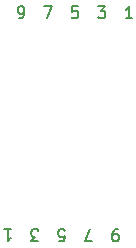
<source format=gbr>
G04 #@! TF.GenerationSoftware,KiCad,Pcbnew,(5.1.5)-3*
G04 #@! TF.CreationDate,2020-01-16T17:02:50-07:00*
G04 #@! TF.ProjectId,Igloo10,49676c6f-6f31-4302-9e6b-696361645f70,rev?*
G04 #@! TF.SameCoordinates,Original*
G04 #@! TF.FileFunction,Legend,Top*
G04 #@! TF.FilePolarity,Positive*
%FSLAX46Y46*%
G04 Gerber Fmt 4.6, Leading zero omitted, Abs format (unit mm)*
G04 Created by KiCad (PCBNEW (5.1.5)-3) date 2020-01-16 17:02:50*
%MOMM*%
%LPD*%
G04 APERTURE LIST*
%ADD10C,0.150000*%
G04 APERTURE END LIST*
D10*
X113822166Y-55516380D02*
X114488833Y-55516380D01*
X114060261Y-56516380D01*
X118394166Y-55516380D02*
X119013214Y-55516380D01*
X118679880Y-55897333D01*
X118822738Y-55897333D01*
X118917976Y-55944952D01*
X118965595Y-55992571D01*
X119013214Y-56087809D01*
X119013214Y-56325904D01*
X118965595Y-56421142D01*
X118917976Y-56468761D01*
X118822738Y-56516380D01*
X118537023Y-56516380D01*
X118441785Y-56468761D01*
X118394166Y-56421142D01*
X116679595Y-55516380D02*
X116203404Y-55516380D01*
X116155785Y-55992571D01*
X116203404Y-55944952D01*
X116298642Y-55897333D01*
X116536738Y-55897333D01*
X116631976Y-55944952D01*
X116679595Y-55992571D01*
X116727214Y-56087809D01*
X116727214Y-56325904D01*
X116679595Y-56421142D01*
X116631976Y-56468761D01*
X116536738Y-56516380D01*
X116298642Y-56516380D01*
X116203404Y-56468761D01*
X116155785Y-56421142D01*
X120060976Y-74407619D02*
X119870500Y-74407619D01*
X119775261Y-74455238D01*
X119727642Y-74502857D01*
X119632404Y-74645714D01*
X119584785Y-74836190D01*
X119584785Y-75217142D01*
X119632404Y-75312380D01*
X119680023Y-75360000D01*
X119775261Y-75407619D01*
X119965738Y-75407619D01*
X120060976Y-75360000D01*
X120108595Y-75312380D01*
X120156214Y-75217142D01*
X120156214Y-74979047D01*
X120108595Y-74883809D01*
X120060976Y-74836190D01*
X119965738Y-74788571D01*
X119775261Y-74788571D01*
X119680023Y-74836190D01*
X119632404Y-74883809D01*
X119584785Y-74979047D01*
X113345833Y-75407619D02*
X112726785Y-75407619D01*
X113060119Y-75026666D01*
X112917261Y-75026666D01*
X112822023Y-74979047D01*
X112774404Y-74931428D01*
X112726785Y-74836190D01*
X112726785Y-74598095D01*
X112774404Y-74502857D01*
X112822023Y-74455238D01*
X112917261Y-74407619D01*
X113202976Y-74407619D01*
X113298214Y-74455238D01*
X113345833Y-74502857D01*
X117917833Y-75407619D02*
X117251166Y-75407619D01*
X117679738Y-74407619D01*
X115060404Y-75407619D02*
X115536595Y-75407619D01*
X115584214Y-74931428D01*
X115536595Y-74979047D01*
X115441357Y-75026666D01*
X115203261Y-75026666D01*
X115108023Y-74979047D01*
X115060404Y-74931428D01*
X115012785Y-74836190D01*
X115012785Y-74598095D01*
X115060404Y-74502857D01*
X115108023Y-74455238D01*
X115203261Y-74407619D01*
X115441357Y-74407619D01*
X115536595Y-74455238D01*
X115584214Y-74502857D01*
X121299214Y-56516380D02*
X120727785Y-56516380D01*
X121013500Y-56516380D02*
X121013500Y-55516380D01*
X120918261Y-55659238D01*
X120823023Y-55754476D01*
X120727785Y-55802095D01*
X111679023Y-56516380D02*
X111869500Y-56516380D01*
X111964738Y-56468761D01*
X112012357Y-56421142D01*
X112107595Y-56278285D01*
X112155214Y-56087809D01*
X112155214Y-55706857D01*
X112107595Y-55611619D01*
X112059976Y-55564000D01*
X111964738Y-55516380D01*
X111774261Y-55516380D01*
X111679023Y-55564000D01*
X111631404Y-55611619D01*
X111583785Y-55706857D01*
X111583785Y-55944952D01*
X111631404Y-56040190D01*
X111679023Y-56087809D01*
X111774261Y-56135428D01*
X111964738Y-56135428D01*
X112059976Y-56087809D01*
X112107595Y-56040190D01*
X112155214Y-55944952D01*
X110440785Y-74407619D02*
X111012214Y-74407619D01*
X110726500Y-74407619D02*
X110726500Y-75407619D01*
X110821738Y-75264761D01*
X110916976Y-75169523D01*
X111012214Y-75121904D01*
M02*

</source>
